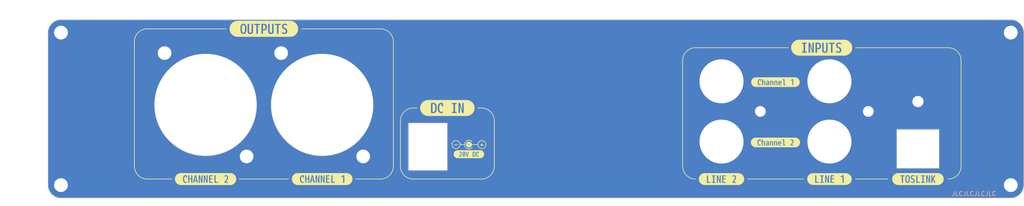
<source format=kicad_pcb>
(kicad_pcb (version 20221018) (generator pcbnew)
  (layers (0 "F.Cu" signal) (31 "B.Cu" signal) (34 "B.Paste" user) (35 "F.Paste" user) (36 "B.SilkS" user "B.Silkscreen") (37 "F.SilkS" user "F.Silkscreen") (38 "B.Mask" user) (39 "F.Mask" user) (44 "Edge.Cuts" user))
  (net 0 "")
  (net 1 "GND")
  (footprint "MountingHole:MountingHole_3.2mm_M3_DIN965_Pad" (layer "F.Cu") (at 250.5 110.4)
    (fp_text reference "H4" hide)
    (fp_text value "MountingHole_Pad" hide)
    (pad "1" thru_hole circle (at 0 0) (size 5.6 5.6) (drill 3.2) (layers "*.Cu" "*.Mask") (net 1 "GND"))
  )
  (footprint "kibuzzard-65BE32BC" (layer "F.Cu") (at 208.5 109)
    (fp_text reference "kibuzzard-65BE32BC" hide)
    (fp_text value "G***" hide)
  )
  (footprint "kibuzzard-65BE4740" (layer "F.Cu") (at 120 92.5)
    (fp_text reference "kibuzzard-65BE4740" hide)
    (fp_text value "G***" hide)
  )
  (footprint "CustomParts:RCJ-2223" (layer "F.Cu") (at 183.5 93.3)
    (fp_text reference "J3" hide)
    (fp_text value "~" hide)
    (pad "1" thru_hole circle (at 0 -7) (size 10.2 10.2) (drill 10.2) (layers "*.Cu" "*.Mask") (net 1 "GND"))
    (pad "1" thru_hole circle (at 0 7) (size 10.2 10.2) (drill 10.2) (layers "*.Cu" "*.Mask") (net 1 "GND"))
    (pad "1" thru_hole circle (at 9 0) (size 4.5 4.5) (drill 2.5) (layers "*.Cu" "*.Mask") (net 1 "GND"))
  )
  (footprint "kibuzzard-65BE42C9" (layer "F.Cu") (at 196 100.5)
    (fp_text reference "kibuzzard-65BE42C9" hide)
    (fp_text value "G***" hide)
  )
  (footprint "kibuzzard-65BE32E3" (layer "F.Cu") (at 229 109)
    (fp_text reference "kibuzzard-65BE32E3" hide)
    (fp_text value "G***" hide)
  )
  (footprint "kibuzzard-65BFA4D0" (layer "F.Cu") (at 64 109)
    (fp_text reference "kibuzzard-65BFA4D0" hide)
    (fp_text value "G***" hide)
  )
  (footprint "kibuzzard-65BE32D8" (layer "F.Cu") (at 183.5 109)
    (fp_text reference "kibuzzard-65BE32D8" hide)
    (fp_text value "G***" hide)
  )
  (footprint "kibuzzard-65BE42D6" (layer "F.Cu") (at 196 86.5)
    (fp_text reference "kibuzzard-65BE42D6" hide)
    (fp_text value "G***" hide)
  )
  (footprint "kibuzzard-65BFA4BA" (layer "F.Cu") (at 91 109)
    (fp_text reference "kibuzzard-65BFA4BA" hide)
    (fp_text value "G***" hide)
  )
  (footprint "MountingHole:MountingHole_3.2mm_M3_DIN965_Pad" (layer "F.Cu") (at 30.5 110.4)
    (fp_text reference "H1" hide)
    (fp_text value "MountingHole_Pad" hide)
    (pad "1" thru_hole circle (at 0 0) (size 5.6 5.6) (drill 3.2) (layers "*.Cu" "*.Mask") (net 1 "GND"))
  )
  (footprint "MountingHole:MountingHole_3.2mm_M3_DIN965_Pad" (layer "F.Cu") (at 30.5 75)
    (fp_text reference "H2" hide)
    (fp_text value "MountingHole_Pad" hide)
    (pad "1" thru_hole circle (at 0 0) (size 5.6 5.6) (drill 3.2) (layers "*.Cu" "*.Mask") (net 1 "GND"))
  )
  (footprint "kibuzzard-65BE45A4" (layer "F.Cu") (at 206.705 78.5)
    (fp_text reference "kibuzzard-65BE45A4" hide)
    (fp_text value "G***" hide)
  )
  (footprint "Symbol:Symbol_Barrel_Polarity" (layer "F.Cu") (at 125 100.925)
    (fp_text reference "REF**" hide)
    (fp_text value "Symbol_Barrel_Polarity" hide)
  )
  (footprint "MountingHole:MountingHole_3.2mm_M3_DIN965_Pad" (layer "F.Cu") (at 250.5 75)
    (fp_text reference "H3" hide)
    (fp_text value "MountingHole_Pad" hide)
    (pad "1" thru_hole circle (at 0 0) (size 5.6 5.6) (drill 3.2) (layers "*.Cu" "*.Mask") (net 1 "GND"))
  )
  (footprint "kibuzzard-65BFA5DC" (layer "F.Cu") (at 77.5 74.12132)
    (fp_text reference "kibuzzard-65BFA5DC" hide)
    (fp_text value "G***" hide)
  )
  (footprint "CustomParts:NC3FDL-1" (layer "F.Cu") (at 91 91.75)
    (fp_text reference "J2" (at 0 -11 unlocked) (layer "F.SilkS"))
    (fp_text value "~")
    (pad "1" thru_hole circle (at -9.5 -12) (size 4.1 4.1) (drill 3.1) (layers "*.Cu" "*.Mask") (net 1 "GND"))
    (pad "1" thru_hole circle (at 0 0) (size 24.6 24.6) (drill 23.6) (layers "*.Cu" "*.Mask") (net 1 "GND"))
    (pad "1" thru_hole circle (at 9.5 12) (size 4.1 4.1) (drill 3.1) (layers "*.Cu" "*.Mask") (net 1 "GND"))
  )
  (footprint "kibuzzard-65BE3230" (layer "F.Cu") (at 125 103.225)
    (fp_text reference "kibuzzard-65BE3230" hide)
    (fp_text value "G***" hide)
  )
  (footprint "CustomParts:RCJ-2223" (layer "F.Cu") (at 208.5 93.3)
    (fp_text reference "J4" hide)
    (fp_text value "~" hide)
    (pad "1" thru_hole circle (at 0 -7) (size 10.2 10.2) (drill 10.2) (layers "*.Cu" "*.Mask") (net 1 "GND"))
    (pad "1" thru_hole circle (at 0 7) (size 10.2 10.2) (drill 10.2) (layers "*.Cu" "*.Mask") (net 1 "GND"))
    (pad "1" thru_hole circle (at 9 0) (size 4.5 4.5) (drill 2.5) (layers "*.Cu" "*.Mask") (net 1 "GND"))
  )
  (footprint "CustomParts:NC3FDL-1" (layer "F.Cu") (at 64 91.75)
    (fp_text reference "J1" (at 0 -11 unlocked) (layer "F.SilkS"))
    (fp_text value "~")
    (pad "1" thru_hole circle (at -9.5 -12) (size 4.1 4.1) (drill 3.1) (layers "*.Cu" "*.Mask") (net 1 "GND"))
    (pad "1" thru_hole circle (at 0 0) (size 24.6 24.6) (drill 23.6) (layers "*.Cu" "*.Mask") (net 1 "GND"))
    (pad "1" thru_hole circle (at 9.5 12) (size 4.1 4.1) (drill 3.1) (layers "*.Cu" "*.Mask") (net 1 "GND"))
  )
  (gr_line (start 189.5 109) (end 202.5 109) (stroke (width 0.15)) (layer "F.SilkS"))
  (gr_arc (start 127.87868 92.5) (mid 130 93.37868) (end 130.87868 95.5) (stroke (width 0.15)) (layer "F.SilkS"))
  (gr_line (start 112.12132 92.5) (end 113 92.5) (stroke (width 0.15)) (layer "F.SilkS"))
  (gr_line (start 199 78.5) (end 177.5 78.5) (stroke (width 0.15)) (layer "F.SilkS"))
  (gr_arc (start 50.5 109) (mid 48.37868 108.12132) (end 47.5 106) (stroke (width 0.15)) (layer "F.SilkS"))
  (gr_line (start 104.5 74.12132) (end 86.25 74.12132) (stroke (width 0.15)) (layer "F.SilkS"))
  (gr_line (start 104.625 109) (end 98.75 109) (stroke (width 0.15)) (layer "F.SilkS"))
  (gr_line (start 127.87868 92.5) (end 127 92.5) (stroke (width 0.15)) (layer "F.SilkS"))
  (gr_arc (start 239 106) (mid 238.12132 108.12132) (end 236 109) (stroke (width 0.15)) (layer "F.SilkS"))
  (gr_line (start 107.5 77.12132) (end 107.499999 106) (stroke (width 0.15)) (layer "F.SilkS"))
  (gr_arc (start 112.12132 109) (mid 110 108.12132) (end 109.12132 106) (stroke (width 0.15)) (layer "F.SilkS"))
  (gr_line (start 127.87868 109) (end 112.12132 109) (stroke (width 0.15)) (layer "F.SilkS"))
  (gr_arc (start 236 78.5) (mid 238.12132 79.37868) (end 239 81.5) (stroke (width 0.15)) (layer "F.SilkS"))
  (gr_line (start 56.25 109) (end 50.5 109) (stroke (width 0.15)) (layer "F.SilkS"))
  (gr_line (start 130.87868 95.5) (end 130.878679 106) (stroke (width 0.15)) (layer "F.SilkS"))
  (gr_arc (start 107.499999 106) (mid 106.62132 108.12132) (end 104.5 108.999999) (stroke (width 0.15)) (layer "F.SilkS"))
  (gr_line (start 83.25 109) (end 71.75 109) (stroke (width 0.15)) (layer "F.SilkS"))
  (gr_line (start 68.75 74.12132) (end 50.5 74.12132) (stroke (width 0.15)) (layer "F.SilkS"))
  (gr_arc (start 174.5 81.5) (mid 175.37868 79.37868) (end 177.5 78.5) (stroke (width 0.15)) (layer "F.SilkS"))
  (gr_line (start 109.12132 95.5) (end 109.12132 106) (stroke (width 0.15)) (layer "F.SilkS"))
  (gr_line (start 214.5 109) (end 222 109) (stroke (width 0.15)) (layer "F.SilkS"))
  (gr_arc (start 47.5 77.12132) (mid 48.37868 75) (end 50.5 74.12132) (stroke (width 0.15)) (layer "F.SilkS"))
  (gr_arc (start 109.12132 95.5) (mid 110 93.37868) (end 112.12132 92.5) (stroke (width 0.15)) (layer "F.SilkS"))
  (gr_line (start 47.5 77.12132) (end 47.5 106) (stroke (width 0.15)) (layer "F.SilkS"))
  (gr_line (start 239 81.5) (end 239 106) (stroke (width 0.15)) (layer "F.SilkS"))
  (gr_arc (start 104.5 74.12132) (mid 106.62132 75) (end 107.5 77.12132) (stroke (width 0.15)) (layer "F.SilkS"))
  (gr_arc (start 177.5 109) (mid 175.37868 108.12132) (end 174.5 106) (stroke (width 0.15)) (layer "F.SilkS"))
  (gr_arc (start 130.878679 106) (mid 130 108.12132) (end 127.87868 108.999999) (stroke (width 0.15)) (layer "F.SilkS"))
  (gr_line (start 174.5 106) (end 174.5 81.5) (stroke (width 0.15)) (layer "F.SilkS"))
  (gr_line (start 236 78.5) (end 214.5 78.5) (stroke (width 0.15)) (layer "F.SilkS"))
  (gr_arc (start 27.5 75) (mid 28.37868 72.87868) (end 30.5 72) (stroke (width 0.1)) (layer "Edge.Cuts"))
  (gr_circle (center 229 91) (end 230.25 91) (stroke (width 0.15)) (fill none) (layer "Edge.Cuts"))
  (gr_line (start 253.5 75) (end 253.5 110.4) (stroke (width 0.1)) (layer "Edge.Cuts"))
  (gr_circle (center 81.5 79.75) (end 83.05 79.75) (stroke (width 0.1)) (fill none) (layer "Edge.Cuts"))
  (gr_circle (center 73.5 103.75) (end 75.05 103.75) (stroke (width 0.1)) (fill none) (layer "Edge.Cuts"))
  (gr_line (start 111 113.4) (end 120 113.4) (stroke (width 0.1)) (layer "Edge.Cuts"))
  (gr_line (start 27.5 110.4) (end 27.5 75) (stroke (width 0.1)) (layer "Edge.Cuts"))
  (gr_line (start 30.5 72) (end 250.5 72) (stroke (width 0.1)) (layer "Edge.Cuts"))
  (gr_circle (center 54.5 79.75) (end 56.05 79.75) (stroke (width 0.1)) (fill none) (layer "Edge.Cuts"))
  (gr_line (start 224.1 97.5) (end 224.1 106.5) (stroke (width 0.1)) (layer "Edge.Cuts"))
  (gr_line (start 120 96) (end 120 107) (stroke (width 0.1)) (layer "Edge.Cuts"))
  (gr_circle (center 91 91.8) (end 79.2 91.8) (stroke (width 0.15)) (fill none) (layer "Edge.Cuts"))
  (gr_line (start 111 96) (end 120 96) (stroke (width 0.1)) (layer "Edge.Cuts"))
  (gr_line (start 111 107) (end 111 96) (stroke (width 0.1)) (layer "Edge.Cuts"))
  (gr_line (start 233.9 106.5) (end 233.9 97.5) (stroke (width 0.1)) (layer "Edge.Cuts"))
  (gr_line (start 224.1 97.5) (end 233.9 97.5) (stroke (width 0.1)) (layer "Edge.Cuts"))
  (gr_circle (center 64 91.8) (end 52.2 91.8) (stroke (width 0.15)) (fill none) (layer "Edge.Cuts"))
  (gr_arc (start 253.5 110.4) (mid 252.62132 112.52132) (end 250.5 113.4) (stroke (width 0.1)) (layer "Edge.Cuts"))
  (gr_line (start 250.5 113.4) (end 120 113.4) (stroke (width 0.1)) (layer "Edge.Cuts"))
  (gr_arc (start 30.5 113.4) (mid 28.37868 112.52132) (end 27.5 110.4) (stroke (width 0.1)) (layer "Edge.Cuts"))
  (gr_circle (center 100.5 103.75) (end 102.05 103.75) (stroke (width 0.1)) (fill none) (layer "Edge.Cuts"))
  (gr_line (start 111 113.4) (end 30.5 113.4) (stroke (width 0.1)) (layer "Edge.Cuts"))
  (gr_line (start 111 107) (end 120 107) (stroke (width 0.1)) (layer "Edge.Cuts"))
  (gr_arc (start 250.5 72) (mid 252.62132 72.87868) (end 253.5 75) (stroke (width 0.1)) (layer "Edge.Cuts"))
  (gr_line (start 224.1 106.5) (end 233.9 106.5) (stroke (width 0.1)) (layer "Edge.Cuts"))
  (gr_text "JLCJLCJLCJLC" (at 236.75 113) (layer "B.SilkS") (effects (font (size 1 1)) (justify left bottom)))
  (gr_text "-" (at 122 101) (layer "F.SilkS") (effects (font (size 1 1))))
  (gr_text "+" (at 128 101) (layer "F.SilkS") (effects (font (size 1 1))))
  (via (at 229 91) (size 4.5) (drill 2.5) (layers "F.Cu" "B.Cu") (net 1))
  (zone (net 1) (net_name "GND") (layers "F&B.Cu") (connect_pads yes (clearance 0.5)) (min_thickness 0.25) (fill yes (thermal_gap 0.5) (thermal_bridge_width 2) (island_removal_mode 1) (island_area_min 10))
    (polygon (pts (xy 253.5 72) (xy 253.5 113.5) (xy 27.5 113.5) (xy 27.5 72)))
  )
)
</source>
